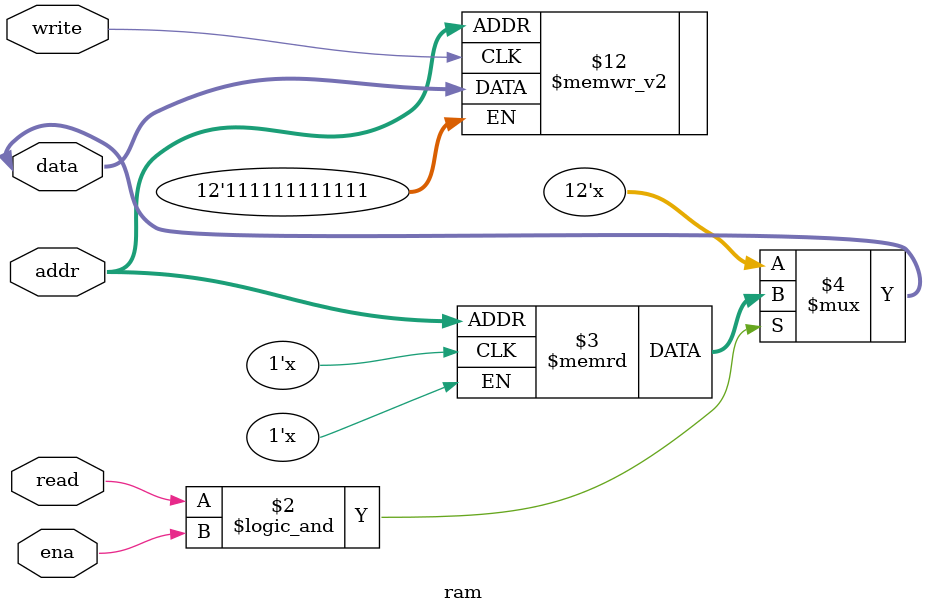
<source format=sv>
`timescale 1ns / 1ps


module ram(
    input ena, read, write,
    input [11:0] addr,
    inout [11:0] data
    );
    
    logic [11:0] ram[4095:0];
    
    assign data = (read && ena) ? ram[addr] : 12'hzzz;
    
    always @(posedge write) begin
        ram[addr] <= data;
    end
        
endmodule

</source>
